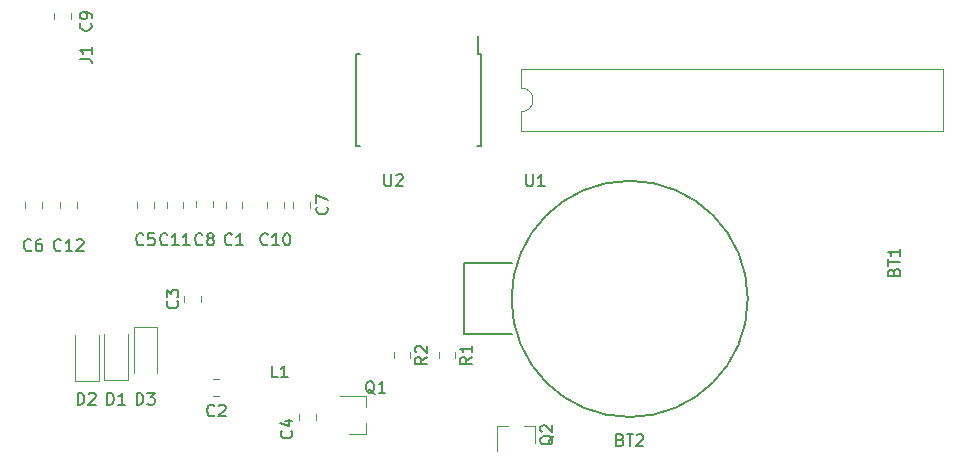
<source format=gbr>
G04 #@! TF.GenerationSoftware,KiCad,Pcbnew,5.0.2-bee76a0~70~ubuntu16.04.1*
G04 #@! TF.CreationDate,2019-03-02T11:38:04+08:00*
G04 #@! TF.ProjectId,OTP,4f54502e-6b69-4636-9164-5f7063625858,v01*
G04 #@! TF.SameCoordinates,Original*
G04 #@! TF.FileFunction,Legend,Top*
G04 #@! TF.FilePolarity,Positive*
%FSLAX46Y46*%
G04 Gerber Fmt 4.6, Leading zero omitted, Abs format (unit mm)*
G04 Created by KiCad (PCBNEW 5.0.2-bee76a0~70~ubuntu16.04.1) date Saturday, 02 March, 2019 11:38:04 AM PST*
%MOMM*%
%LPD*%
G01*
G04 APERTURE LIST*
%ADD10C,0.120000*%
%ADD11C,0.150000*%
G04 APERTURE END LIST*
D10*
G04 #@! TO.C,Q2*
X183952000Y-84740000D02*
X183952000Y-86200000D01*
X180792000Y-84740000D02*
X180792000Y-86900000D01*
X180792000Y-84740000D02*
X181722000Y-84740000D01*
X183952000Y-84740000D02*
X183022000Y-84740000D01*
G04 #@! TO.C,Q1*
X169670000Y-85400000D02*
X168210000Y-85400000D01*
X169670000Y-82240000D02*
X167510000Y-82240000D01*
X169670000Y-82240000D02*
X169670000Y-83170000D01*
X169670000Y-85400000D02*
X169670000Y-84470000D01*
D11*
G04 #@! TO.C,BT2*
X178000000Y-77000000D02*
X180000000Y-77000000D01*
X178000000Y-71000000D02*
X178000000Y-77000000D01*
X180000000Y-71000000D02*
X178000000Y-71000000D01*
X180000000Y-77000000D02*
X182000000Y-77000000D01*
X182000000Y-71000000D02*
X180000000Y-71000000D01*
X202000000Y-74000000D02*
G75*
G03X202000000Y-74000000I-10000000J0D01*
G01*
D10*
G04 #@! TO.C,C1*
X157790000Y-65763748D02*
X157790000Y-66286252D01*
X159210000Y-65763748D02*
X159210000Y-66286252D01*
G04 #@! TO.C,C2*
X156713748Y-82210000D02*
X157236252Y-82210000D01*
X156713748Y-80790000D02*
X157236252Y-80790000D01*
G04 #@! TO.C,C3*
X155710000Y-74286252D02*
X155710000Y-73763748D01*
X154290000Y-74286252D02*
X154290000Y-73763748D01*
G04 #@! TO.C,C4*
X164040000Y-83763748D02*
X164040000Y-84286252D01*
X165460000Y-83763748D02*
X165460000Y-84286252D01*
G04 #@! TO.C,C5*
X150290000Y-65763748D02*
X150290000Y-66286252D01*
X151710000Y-65763748D02*
X151710000Y-66286252D01*
G04 #@! TO.C,C6*
X140790000Y-65778748D02*
X140790000Y-66301252D01*
X142210000Y-65778748D02*
X142210000Y-66301252D01*
G04 #@! TO.C,C7*
X163540000Y-65778748D02*
X163540000Y-66301252D01*
X164960000Y-65778748D02*
X164960000Y-66301252D01*
G04 #@! TO.C,C8*
X155290000Y-65713748D02*
X155290000Y-66236252D01*
X156710000Y-65713748D02*
X156710000Y-66236252D01*
G04 #@! TO.C,C9*
X143290000Y-49763748D02*
X143290000Y-50286252D01*
X144710000Y-49763748D02*
X144710000Y-50286252D01*
G04 #@! TO.C,C10*
X161290000Y-65787748D02*
X161290000Y-66310252D01*
X162710000Y-65787748D02*
X162710000Y-66310252D01*
G04 #@! TO.C,C11*
X152790000Y-65763748D02*
X152790000Y-66286252D01*
X154210000Y-65763748D02*
X154210000Y-66286252D01*
G04 #@! TO.C,C12*
X143790000Y-65763748D02*
X143790000Y-66286252D01*
X145210000Y-65763748D02*
X145210000Y-66286252D01*
G04 #@! TO.C,D1*
X147500000Y-80900000D02*
X147500000Y-77000000D01*
X149500000Y-80900000D02*
X149500000Y-77000000D01*
X147500000Y-80900000D02*
X149500000Y-80900000D01*
G04 #@! TO.C,D2*
X145050000Y-80990000D02*
X145050000Y-77090000D01*
X147050000Y-80990000D02*
X147050000Y-77090000D01*
X145050000Y-80990000D02*
X147050000Y-80990000D01*
G04 #@! TO.C,D3*
X152000000Y-76400000D02*
X152000000Y-80300000D01*
X150000000Y-76400000D02*
X150000000Y-80300000D01*
X152000000Y-76400000D02*
X150000000Y-76400000D01*
G04 #@! TO.C,R1*
X175820000Y-78487748D02*
X175820000Y-79010252D01*
X177240000Y-78487748D02*
X177240000Y-79010252D01*
G04 #@! TO.C,R2*
X172010000Y-78487748D02*
X172010000Y-79010252D01*
X173430000Y-78487748D02*
X173430000Y-79010252D01*
G04 #@! TO.C,U1*
X182820000Y-54500000D02*
X182820000Y-56150000D01*
X218500000Y-54500000D02*
X182820000Y-54500000D01*
X218500000Y-59800000D02*
X218500000Y-54500000D01*
X182820000Y-59800000D02*
X218500000Y-59800000D01*
X182820000Y-58150000D02*
X182820000Y-59800000D01*
X182820000Y-56150000D02*
G75*
G02X182820000Y-58150000I0J-1000000D01*
G01*
D11*
G04 #@! TO.C,U2*
X179167000Y-53275000D02*
X179167000Y-51750000D01*
X168792000Y-53275000D02*
X168792000Y-61025000D01*
X179442000Y-53275000D02*
X179442000Y-61025000D01*
X168792000Y-53275000D02*
X169147000Y-53275000D01*
X168792000Y-61025000D02*
X169147000Y-61025000D01*
X179442000Y-61025000D02*
X179087000Y-61025000D01*
X179442000Y-53275000D02*
X179167000Y-53275000D01*
G04 #@! TO.C,J1*
X145452380Y-53673333D02*
X146166666Y-53673333D01*
X146309523Y-53720952D01*
X146404761Y-53816190D01*
X146452380Y-53959047D01*
X146452380Y-54054285D01*
X146452380Y-52673333D02*
X146452380Y-53244761D01*
X146452380Y-52959047D02*
X145452380Y-52959047D01*
X145595238Y-53054285D01*
X145690476Y-53149523D01*
X145738095Y-53244761D01*
G04 #@! TO.C,Q2*
X185547619Y-85595238D02*
X185500000Y-85690476D01*
X185404761Y-85785714D01*
X185261904Y-85928571D01*
X185214285Y-86023809D01*
X185214285Y-86119047D01*
X185452380Y-86071428D02*
X185404761Y-86166666D01*
X185309523Y-86261904D01*
X185119047Y-86309523D01*
X184785714Y-86309523D01*
X184595238Y-86261904D01*
X184500000Y-86166666D01*
X184452380Y-86071428D01*
X184452380Y-85880952D01*
X184500000Y-85785714D01*
X184595238Y-85690476D01*
X184785714Y-85642857D01*
X185119047Y-85642857D01*
X185309523Y-85690476D01*
X185404761Y-85785714D01*
X185452380Y-85880952D01*
X185452380Y-86071428D01*
X184547619Y-85261904D02*
X184500000Y-85214285D01*
X184452380Y-85119047D01*
X184452380Y-84880952D01*
X184500000Y-84785714D01*
X184547619Y-84738095D01*
X184642857Y-84690476D01*
X184738095Y-84690476D01*
X184880952Y-84738095D01*
X185452380Y-85309523D01*
X185452380Y-84690476D01*
G04 #@! TO.C,Q1*
X170404761Y-82047619D02*
X170309523Y-82000000D01*
X170214285Y-81904761D01*
X170071428Y-81761904D01*
X169976190Y-81714285D01*
X169880952Y-81714285D01*
X169928571Y-81952380D02*
X169833333Y-81904761D01*
X169738095Y-81809523D01*
X169690476Y-81619047D01*
X169690476Y-81285714D01*
X169738095Y-81095238D01*
X169833333Y-81000000D01*
X169928571Y-80952380D01*
X170119047Y-80952380D01*
X170214285Y-81000000D01*
X170309523Y-81095238D01*
X170357142Y-81285714D01*
X170357142Y-81619047D01*
X170309523Y-81809523D01*
X170214285Y-81904761D01*
X170119047Y-81952380D01*
X169928571Y-81952380D01*
X171309523Y-81952380D02*
X170738095Y-81952380D01*
X171023809Y-81952380D02*
X171023809Y-80952380D01*
X170928571Y-81095238D01*
X170833333Y-81190476D01*
X170738095Y-81238095D01*
G04 #@! TO.C,BT1*
X214352571Y-71715714D02*
X214400190Y-71572857D01*
X214447809Y-71525238D01*
X214543047Y-71477619D01*
X214685904Y-71477619D01*
X214781142Y-71525238D01*
X214828761Y-71572857D01*
X214876380Y-71668095D01*
X214876380Y-72049047D01*
X213876380Y-72049047D01*
X213876380Y-71715714D01*
X213924000Y-71620476D01*
X213971619Y-71572857D01*
X214066857Y-71525238D01*
X214162095Y-71525238D01*
X214257333Y-71572857D01*
X214304952Y-71620476D01*
X214352571Y-71715714D01*
X214352571Y-72049047D01*
X213876380Y-71191904D02*
X213876380Y-70620476D01*
X214876380Y-70906190D02*
X213876380Y-70906190D01*
X214876380Y-69763333D02*
X214876380Y-70334761D01*
X214876380Y-70049047D02*
X213876380Y-70049047D01*
X214019238Y-70144285D01*
X214114476Y-70239523D01*
X214162095Y-70334761D01*
G04 #@! TO.C,BT2*
X191214285Y-85928571D02*
X191357142Y-85976190D01*
X191404761Y-86023809D01*
X191452380Y-86119047D01*
X191452380Y-86261904D01*
X191404761Y-86357142D01*
X191357142Y-86404761D01*
X191261904Y-86452380D01*
X190880952Y-86452380D01*
X190880952Y-85452380D01*
X191214285Y-85452380D01*
X191309523Y-85500000D01*
X191357142Y-85547619D01*
X191404761Y-85642857D01*
X191404761Y-85738095D01*
X191357142Y-85833333D01*
X191309523Y-85880952D01*
X191214285Y-85928571D01*
X190880952Y-85928571D01*
X191738095Y-85452380D02*
X192309523Y-85452380D01*
X192023809Y-86452380D02*
X192023809Y-85452380D01*
X192595238Y-85547619D02*
X192642857Y-85500000D01*
X192738095Y-85452380D01*
X192976190Y-85452380D01*
X193071428Y-85500000D01*
X193119047Y-85547619D01*
X193166666Y-85642857D01*
X193166666Y-85738095D01*
X193119047Y-85880952D01*
X192547619Y-86452380D01*
X193166666Y-86452380D01*
G04 #@! TO.C,C1*
X158333333Y-69357142D02*
X158285714Y-69404761D01*
X158142857Y-69452380D01*
X158047619Y-69452380D01*
X157904761Y-69404761D01*
X157809523Y-69309523D01*
X157761904Y-69214285D01*
X157714285Y-69023809D01*
X157714285Y-68880952D01*
X157761904Y-68690476D01*
X157809523Y-68595238D01*
X157904761Y-68500000D01*
X158047619Y-68452380D01*
X158142857Y-68452380D01*
X158285714Y-68500000D01*
X158333333Y-68547619D01*
X159285714Y-69452380D02*
X158714285Y-69452380D01*
X159000000Y-69452380D02*
X159000000Y-68452380D01*
X158904761Y-68595238D01*
X158809523Y-68690476D01*
X158714285Y-68738095D01*
G04 #@! TO.C,C2*
X156833333Y-83857142D02*
X156785714Y-83904761D01*
X156642857Y-83952380D01*
X156547619Y-83952380D01*
X156404761Y-83904761D01*
X156309523Y-83809523D01*
X156261904Y-83714285D01*
X156214285Y-83523809D01*
X156214285Y-83380952D01*
X156261904Y-83190476D01*
X156309523Y-83095238D01*
X156404761Y-83000000D01*
X156547619Y-82952380D01*
X156642857Y-82952380D01*
X156785714Y-83000000D01*
X156833333Y-83047619D01*
X157214285Y-83047619D02*
X157261904Y-83000000D01*
X157357142Y-82952380D01*
X157595238Y-82952380D01*
X157690476Y-83000000D01*
X157738095Y-83047619D01*
X157785714Y-83142857D01*
X157785714Y-83238095D01*
X157738095Y-83380952D01*
X157166666Y-83952380D01*
X157785714Y-83952380D01*
G04 #@! TO.C,C3*
X153707142Y-74191666D02*
X153754761Y-74239285D01*
X153802380Y-74382142D01*
X153802380Y-74477380D01*
X153754761Y-74620238D01*
X153659523Y-74715476D01*
X153564285Y-74763095D01*
X153373809Y-74810714D01*
X153230952Y-74810714D01*
X153040476Y-74763095D01*
X152945238Y-74715476D01*
X152850000Y-74620238D01*
X152802380Y-74477380D01*
X152802380Y-74382142D01*
X152850000Y-74239285D01*
X152897619Y-74191666D01*
X152802380Y-73858333D02*
X152802380Y-73239285D01*
X153183333Y-73572619D01*
X153183333Y-73429761D01*
X153230952Y-73334523D01*
X153278571Y-73286904D01*
X153373809Y-73239285D01*
X153611904Y-73239285D01*
X153707142Y-73286904D01*
X153754761Y-73334523D01*
X153802380Y-73429761D01*
X153802380Y-73715476D01*
X153754761Y-73810714D01*
X153707142Y-73858333D01*
G04 #@! TO.C,C4*
X163357142Y-85166666D02*
X163404761Y-85214285D01*
X163452380Y-85357142D01*
X163452380Y-85452380D01*
X163404761Y-85595238D01*
X163309523Y-85690476D01*
X163214285Y-85738095D01*
X163023809Y-85785714D01*
X162880952Y-85785714D01*
X162690476Y-85738095D01*
X162595238Y-85690476D01*
X162500000Y-85595238D01*
X162452380Y-85452380D01*
X162452380Y-85357142D01*
X162500000Y-85214285D01*
X162547619Y-85166666D01*
X162785714Y-84309523D02*
X163452380Y-84309523D01*
X162404761Y-84547619D02*
X163119047Y-84785714D01*
X163119047Y-84166666D01*
G04 #@! TO.C,C5*
X150833333Y-69357142D02*
X150785714Y-69404761D01*
X150642857Y-69452380D01*
X150547619Y-69452380D01*
X150404761Y-69404761D01*
X150309523Y-69309523D01*
X150261904Y-69214285D01*
X150214285Y-69023809D01*
X150214285Y-68880952D01*
X150261904Y-68690476D01*
X150309523Y-68595238D01*
X150404761Y-68500000D01*
X150547619Y-68452380D01*
X150642857Y-68452380D01*
X150785714Y-68500000D01*
X150833333Y-68547619D01*
X151738095Y-68452380D02*
X151261904Y-68452380D01*
X151214285Y-68928571D01*
X151261904Y-68880952D01*
X151357142Y-68833333D01*
X151595238Y-68833333D01*
X151690476Y-68880952D01*
X151738095Y-68928571D01*
X151785714Y-69023809D01*
X151785714Y-69261904D01*
X151738095Y-69357142D01*
X151690476Y-69404761D01*
X151595238Y-69452380D01*
X151357142Y-69452380D01*
X151261904Y-69404761D01*
X151214285Y-69357142D01*
G04 #@! TO.C,C6*
X141333333Y-69857142D02*
X141285714Y-69904761D01*
X141142857Y-69952380D01*
X141047619Y-69952380D01*
X140904761Y-69904761D01*
X140809523Y-69809523D01*
X140761904Y-69714285D01*
X140714285Y-69523809D01*
X140714285Y-69380952D01*
X140761904Y-69190476D01*
X140809523Y-69095238D01*
X140904761Y-69000000D01*
X141047619Y-68952380D01*
X141142857Y-68952380D01*
X141285714Y-69000000D01*
X141333333Y-69047619D01*
X142190476Y-68952380D02*
X142000000Y-68952380D01*
X141904761Y-69000000D01*
X141857142Y-69047619D01*
X141761904Y-69190476D01*
X141714285Y-69380952D01*
X141714285Y-69761904D01*
X141761904Y-69857142D01*
X141809523Y-69904761D01*
X141904761Y-69952380D01*
X142095238Y-69952380D01*
X142190476Y-69904761D01*
X142238095Y-69857142D01*
X142285714Y-69761904D01*
X142285714Y-69523809D01*
X142238095Y-69428571D01*
X142190476Y-69380952D01*
X142095238Y-69333333D01*
X141904761Y-69333333D01*
X141809523Y-69380952D01*
X141761904Y-69428571D01*
X141714285Y-69523809D01*
G04 #@! TO.C,C7*
X166357142Y-66206666D02*
X166404761Y-66254285D01*
X166452380Y-66397142D01*
X166452380Y-66492380D01*
X166404761Y-66635238D01*
X166309523Y-66730476D01*
X166214285Y-66778095D01*
X166023809Y-66825714D01*
X165880952Y-66825714D01*
X165690476Y-66778095D01*
X165595238Y-66730476D01*
X165500000Y-66635238D01*
X165452380Y-66492380D01*
X165452380Y-66397142D01*
X165500000Y-66254285D01*
X165547619Y-66206666D01*
X165452380Y-65873333D02*
X165452380Y-65206666D01*
X166452380Y-65635238D01*
G04 #@! TO.C,C8*
X155833333Y-69357142D02*
X155785714Y-69404761D01*
X155642857Y-69452380D01*
X155547619Y-69452380D01*
X155404761Y-69404761D01*
X155309523Y-69309523D01*
X155261904Y-69214285D01*
X155214285Y-69023809D01*
X155214285Y-68880952D01*
X155261904Y-68690476D01*
X155309523Y-68595238D01*
X155404761Y-68500000D01*
X155547619Y-68452380D01*
X155642857Y-68452380D01*
X155785714Y-68500000D01*
X155833333Y-68547619D01*
X156404761Y-68880952D02*
X156309523Y-68833333D01*
X156261904Y-68785714D01*
X156214285Y-68690476D01*
X156214285Y-68642857D01*
X156261904Y-68547619D01*
X156309523Y-68500000D01*
X156404761Y-68452380D01*
X156595238Y-68452380D01*
X156690476Y-68500000D01*
X156738095Y-68547619D01*
X156785714Y-68642857D01*
X156785714Y-68690476D01*
X156738095Y-68785714D01*
X156690476Y-68833333D01*
X156595238Y-68880952D01*
X156404761Y-68880952D01*
X156309523Y-68928571D01*
X156261904Y-68976190D01*
X156214285Y-69071428D01*
X156214285Y-69261904D01*
X156261904Y-69357142D01*
X156309523Y-69404761D01*
X156404761Y-69452380D01*
X156595238Y-69452380D01*
X156690476Y-69404761D01*
X156738095Y-69357142D01*
X156785714Y-69261904D01*
X156785714Y-69071428D01*
X156738095Y-68976190D01*
X156690476Y-68928571D01*
X156595238Y-68880952D01*
G04 #@! TO.C,C9*
X146357142Y-50666666D02*
X146404761Y-50714285D01*
X146452380Y-50857142D01*
X146452380Y-50952380D01*
X146404761Y-51095238D01*
X146309523Y-51190476D01*
X146214285Y-51238095D01*
X146023809Y-51285714D01*
X145880952Y-51285714D01*
X145690476Y-51238095D01*
X145595238Y-51190476D01*
X145500000Y-51095238D01*
X145452380Y-50952380D01*
X145452380Y-50857142D01*
X145500000Y-50714285D01*
X145547619Y-50666666D01*
X146452380Y-50190476D02*
X146452380Y-50000000D01*
X146404761Y-49904761D01*
X146357142Y-49857142D01*
X146214285Y-49761904D01*
X146023809Y-49714285D01*
X145642857Y-49714285D01*
X145547619Y-49761904D01*
X145500000Y-49809523D01*
X145452380Y-49904761D01*
X145452380Y-50095238D01*
X145500000Y-50190476D01*
X145547619Y-50238095D01*
X145642857Y-50285714D01*
X145880952Y-50285714D01*
X145976190Y-50238095D01*
X146023809Y-50190476D01*
X146071428Y-50095238D01*
X146071428Y-49904761D01*
X146023809Y-49809523D01*
X145976190Y-49761904D01*
X145880952Y-49714285D01*
G04 #@! TO.C,C10*
X161357142Y-69357142D02*
X161309523Y-69404761D01*
X161166666Y-69452380D01*
X161071428Y-69452380D01*
X160928571Y-69404761D01*
X160833333Y-69309523D01*
X160785714Y-69214285D01*
X160738095Y-69023809D01*
X160738095Y-68880952D01*
X160785714Y-68690476D01*
X160833333Y-68595238D01*
X160928571Y-68500000D01*
X161071428Y-68452380D01*
X161166666Y-68452380D01*
X161309523Y-68500000D01*
X161357142Y-68547619D01*
X162309523Y-69452380D02*
X161738095Y-69452380D01*
X162023809Y-69452380D02*
X162023809Y-68452380D01*
X161928571Y-68595238D01*
X161833333Y-68690476D01*
X161738095Y-68738095D01*
X162928571Y-68452380D02*
X163023809Y-68452380D01*
X163119047Y-68500000D01*
X163166666Y-68547619D01*
X163214285Y-68642857D01*
X163261904Y-68833333D01*
X163261904Y-69071428D01*
X163214285Y-69261904D01*
X163166666Y-69357142D01*
X163119047Y-69404761D01*
X163023809Y-69452380D01*
X162928571Y-69452380D01*
X162833333Y-69404761D01*
X162785714Y-69357142D01*
X162738095Y-69261904D01*
X162690476Y-69071428D01*
X162690476Y-68833333D01*
X162738095Y-68642857D01*
X162785714Y-68547619D01*
X162833333Y-68500000D01*
X162928571Y-68452380D01*
G04 #@! TO.C,C11*
X152857142Y-69357142D02*
X152809523Y-69404761D01*
X152666666Y-69452380D01*
X152571428Y-69452380D01*
X152428571Y-69404761D01*
X152333333Y-69309523D01*
X152285714Y-69214285D01*
X152238095Y-69023809D01*
X152238095Y-68880952D01*
X152285714Y-68690476D01*
X152333333Y-68595238D01*
X152428571Y-68500000D01*
X152571428Y-68452380D01*
X152666666Y-68452380D01*
X152809523Y-68500000D01*
X152857142Y-68547619D01*
X153809523Y-69452380D02*
X153238095Y-69452380D01*
X153523809Y-69452380D02*
X153523809Y-68452380D01*
X153428571Y-68595238D01*
X153333333Y-68690476D01*
X153238095Y-68738095D01*
X154761904Y-69452380D02*
X154190476Y-69452380D01*
X154476190Y-69452380D02*
X154476190Y-68452380D01*
X154380952Y-68595238D01*
X154285714Y-68690476D01*
X154190476Y-68738095D01*
G04 #@! TO.C,C12*
X143857142Y-69857142D02*
X143809523Y-69904761D01*
X143666666Y-69952380D01*
X143571428Y-69952380D01*
X143428571Y-69904761D01*
X143333333Y-69809523D01*
X143285714Y-69714285D01*
X143238095Y-69523809D01*
X143238095Y-69380952D01*
X143285714Y-69190476D01*
X143333333Y-69095238D01*
X143428571Y-69000000D01*
X143571428Y-68952380D01*
X143666666Y-68952380D01*
X143809523Y-69000000D01*
X143857142Y-69047619D01*
X144809523Y-69952380D02*
X144238095Y-69952380D01*
X144523809Y-69952380D02*
X144523809Y-68952380D01*
X144428571Y-69095238D01*
X144333333Y-69190476D01*
X144238095Y-69238095D01*
X145190476Y-69047619D02*
X145238095Y-69000000D01*
X145333333Y-68952380D01*
X145571428Y-68952380D01*
X145666666Y-69000000D01*
X145714285Y-69047619D01*
X145761904Y-69142857D01*
X145761904Y-69238095D01*
X145714285Y-69380952D01*
X145142857Y-69952380D01*
X145761904Y-69952380D01*
G04 #@! TO.C,D1*
X147761904Y-82952380D02*
X147761904Y-81952380D01*
X148000000Y-81952380D01*
X148142857Y-82000000D01*
X148238095Y-82095238D01*
X148285714Y-82190476D01*
X148333333Y-82380952D01*
X148333333Y-82523809D01*
X148285714Y-82714285D01*
X148238095Y-82809523D01*
X148142857Y-82904761D01*
X148000000Y-82952380D01*
X147761904Y-82952380D01*
X149285714Y-82952380D02*
X148714285Y-82952380D01*
X149000000Y-82952380D02*
X149000000Y-81952380D01*
X148904761Y-82095238D01*
X148809523Y-82190476D01*
X148714285Y-82238095D01*
G04 #@! TO.C,D2*
X145261904Y-82952380D02*
X145261904Y-81952380D01*
X145500000Y-81952380D01*
X145642857Y-82000000D01*
X145738095Y-82095238D01*
X145785714Y-82190476D01*
X145833333Y-82380952D01*
X145833333Y-82523809D01*
X145785714Y-82714285D01*
X145738095Y-82809523D01*
X145642857Y-82904761D01*
X145500000Y-82952380D01*
X145261904Y-82952380D01*
X146214285Y-82047619D02*
X146261904Y-82000000D01*
X146357142Y-81952380D01*
X146595238Y-81952380D01*
X146690476Y-82000000D01*
X146738095Y-82047619D01*
X146785714Y-82142857D01*
X146785714Y-82238095D01*
X146738095Y-82380952D01*
X146166666Y-82952380D01*
X146785714Y-82952380D01*
G04 #@! TO.C,D3*
X150261904Y-82952380D02*
X150261904Y-81952380D01*
X150500000Y-81952380D01*
X150642857Y-82000000D01*
X150738095Y-82095238D01*
X150785714Y-82190476D01*
X150833333Y-82380952D01*
X150833333Y-82523809D01*
X150785714Y-82714285D01*
X150738095Y-82809523D01*
X150642857Y-82904761D01*
X150500000Y-82952380D01*
X150261904Y-82952380D01*
X151166666Y-81952380D02*
X151785714Y-81952380D01*
X151452380Y-82333333D01*
X151595238Y-82333333D01*
X151690476Y-82380952D01*
X151738095Y-82428571D01*
X151785714Y-82523809D01*
X151785714Y-82761904D01*
X151738095Y-82857142D01*
X151690476Y-82904761D01*
X151595238Y-82952380D01*
X151309523Y-82952380D01*
X151214285Y-82904761D01*
X151166666Y-82857142D01*
G04 #@! TO.C,L1*
X162203333Y-80652380D02*
X161727142Y-80652380D01*
X161727142Y-79652380D01*
X163060476Y-80652380D02*
X162489047Y-80652380D01*
X162774761Y-80652380D02*
X162774761Y-79652380D01*
X162679523Y-79795238D01*
X162584285Y-79890476D01*
X162489047Y-79938095D01*
G04 #@! TO.C,R1*
X178632380Y-78915666D02*
X178156190Y-79249000D01*
X178632380Y-79487095D02*
X177632380Y-79487095D01*
X177632380Y-79106142D01*
X177680000Y-79010904D01*
X177727619Y-78963285D01*
X177822857Y-78915666D01*
X177965714Y-78915666D01*
X178060952Y-78963285D01*
X178108571Y-79010904D01*
X178156190Y-79106142D01*
X178156190Y-79487095D01*
X178632380Y-77963285D02*
X178632380Y-78534714D01*
X178632380Y-78249000D02*
X177632380Y-78249000D01*
X177775238Y-78344238D01*
X177870476Y-78439476D01*
X177918095Y-78534714D01*
G04 #@! TO.C,R2*
X174822380Y-78915666D02*
X174346190Y-79249000D01*
X174822380Y-79487095D02*
X173822380Y-79487095D01*
X173822380Y-79106142D01*
X173870000Y-79010904D01*
X173917619Y-78963285D01*
X174012857Y-78915666D01*
X174155714Y-78915666D01*
X174250952Y-78963285D01*
X174298571Y-79010904D01*
X174346190Y-79106142D01*
X174346190Y-79487095D01*
X173917619Y-78534714D02*
X173870000Y-78487095D01*
X173822380Y-78391857D01*
X173822380Y-78153761D01*
X173870000Y-78058523D01*
X173917619Y-78010904D01*
X174012857Y-77963285D01*
X174108095Y-77963285D01*
X174250952Y-78010904D01*
X174822380Y-78582333D01*
X174822380Y-77963285D01*
G04 #@! TO.C,U1*
X183238095Y-63452380D02*
X183238095Y-64261904D01*
X183285714Y-64357142D01*
X183333333Y-64404761D01*
X183428571Y-64452380D01*
X183619047Y-64452380D01*
X183714285Y-64404761D01*
X183761904Y-64357142D01*
X183809523Y-64261904D01*
X183809523Y-63452380D01*
X184809523Y-64452380D02*
X184238095Y-64452380D01*
X184523809Y-64452380D02*
X184523809Y-63452380D01*
X184428571Y-63595238D01*
X184333333Y-63690476D01*
X184238095Y-63738095D01*
G04 #@! TO.C,U2*
X171238095Y-63452380D02*
X171238095Y-64261904D01*
X171285714Y-64357142D01*
X171333333Y-64404761D01*
X171428571Y-64452380D01*
X171619047Y-64452380D01*
X171714285Y-64404761D01*
X171761904Y-64357142D01*
X171809523Y-64261904D01*
X171809523Y-63452380D01*
X172238095Y-63547619D02*
X172285714Y-63500000D01*
X172380952Y-63452380D01*
X172619047Y-63452380D01*
X172714285Y-63500000D01*
X172761904Y-63547619D01*
X172809523Y-63642857D01*
X172809523Y-63738095D01*
X172761904Y-63880952D01*
X172190476Y-64452380D01*
X172809523Y-64452380D01*
G04 #@! TD*
M02*

</source>
